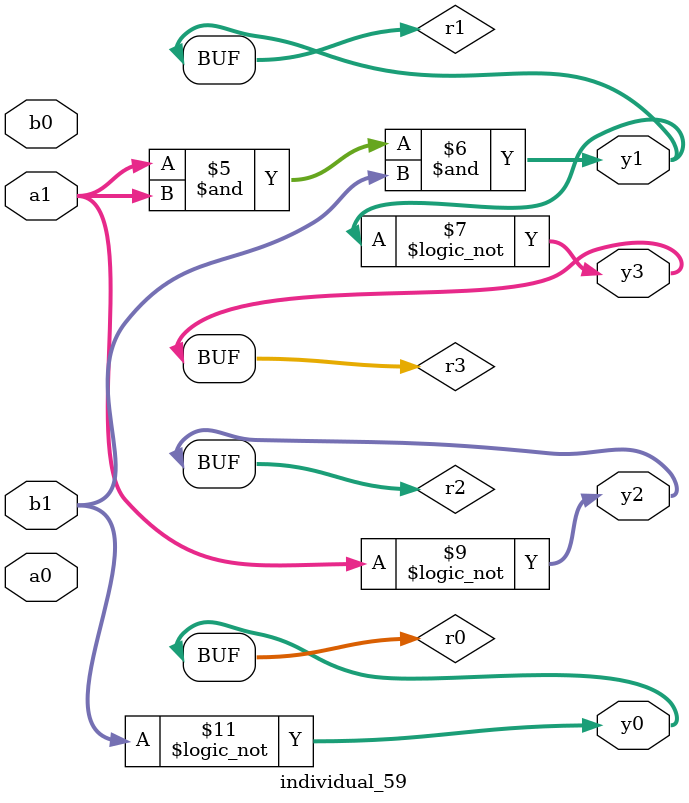
<source format=sv>
module individual_59(input logic [15:0] a1, input logic [15:0] a0, input logic [15:0] b1, input logic [15:0] b0, output logic [15:0] y3, output logic [15:0] y2, output logic [15:0] y1, output logic [15:0] y0);
logic [15:0] r0, r1, r2, r3; 
 always@(*) begin 
	 r0 = a0; r1 = a1; r2 = b0; r3 = b1; 
 	 r3 = ! r0 ;
 	 r3  |=  r1 ;
 	 r2 = ! r1 ;
 	 r1  &=  a1 ;
 	 r1  &=  b1 ;
 	 r3 = ! r1 ;
 	 r0  |=  b1 ;
 	 r2 = ! a1 ;
 	 r0 = ! r0 ;
 	 r0 = ! b1 ;
 	 y3 = r3; y2 = r2; y1 = r1; y0 = r0; 
end
endmodule
</source>
